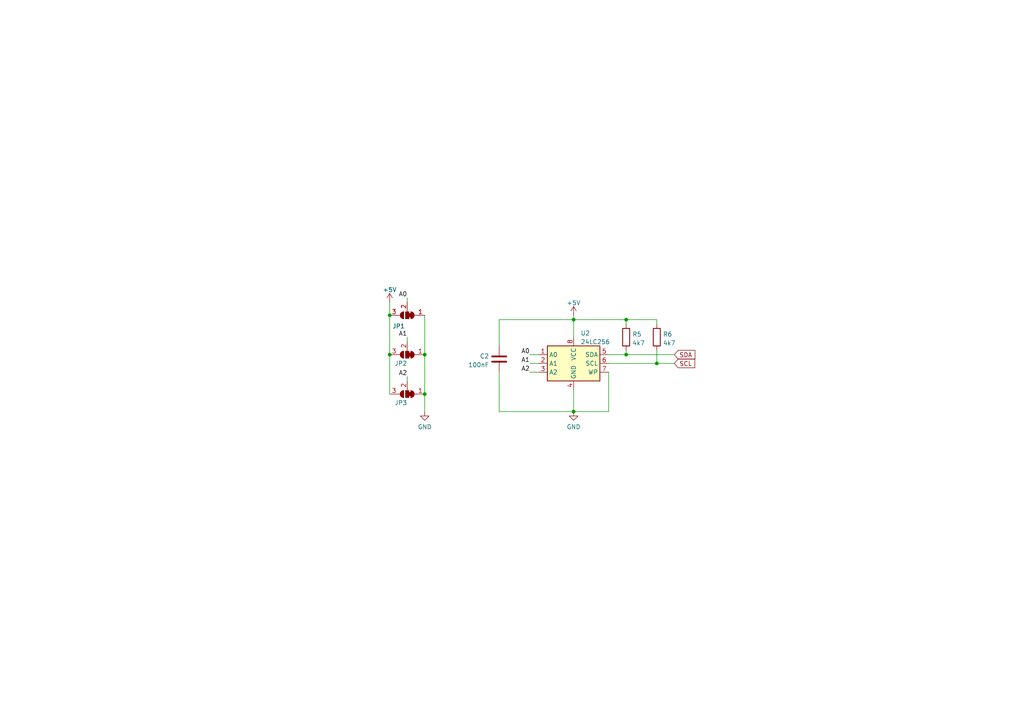
<source format=kicad_sch>
(kicad_sch (version 20211123) (generator eeschema)
  (paper "A4")
  (lib_symbols
    (symbol "Device:C" (pin_numbers hide) (pin_names (offset 0.254))
      (property "Reference" "C" (at 0.635 2.54 0))
      (property "Value" "C" (at 0.635 -2.54 0))
      (symbol "C_0_1"
        (polyline (pts (xy -2.032 -0.762) (xy 2.032 -0.762)) (stroke (width 0.508)))
        (polyline (pts (xy -2.032 0.762) (xy 2.032 0.762)) (stroke (width 0.508)))
      )
      (symbol "C_1_1"
        (pin passive line (at 0 3.81 270) (length 2.794) (name "~") (number "1"))
        (pin passive line (at 0 -3.81 90) (length 2.794) (name "~") (number "2"))
      )
    )
    (symbol "Device:R" (pin_numbers hide) (pin_names (offset 0))
      (property "Reference" "R" (at 2.032 0 90))
      (property "Value" "R" (at 0 0 90))
      (symbol "R_0_1"
        (rectangle (start -1.016 -2.54) (end 1.016 2.54) (stroke (width 0.254)))
      )
      (symbol "R_1_1"
        (pin passive line (at 0 3.81 270) (length 1.27) (name "~") (number "1"))
        (pin passive line (at 0 -3.81 90) (length 1.27) (name "~") (number "2"))
      )
    )
    (symbol "Jumper:SolderJumper_3_Bridged12" (pin_names (offset 0) hide)
      (property "Reference" "JP" (at -2.54 -2.54 0))
      (property "Value" "SolderJumper_3_Bridged12" (at 0 2.794 0))
      (symbol "SolderJumper_3_Bridged12_0_1"
        (rectangle (start -1.016 0.508) (end -0.508 -0.508) (fill (type outline)))
        (arc (start -1.016 1.016) (mid -2.032 0) (end -1.016 -1.016))
        (arc (start -1.016 1.016) (mid -2.032 0) (end -1.016 -1.016) (fill (type outline)))
        (rectangle (start -0.508 1.016) (end 0.508 -1.016) (fill (type outline)))
        (polyline (pts (xy -2.54 0) (xy -2.032 0)))
        (polyline (pts (xy -1.016 1.016) (xy -1.016 -1.016)))
        (polyline (pts (xy 0 -1.27) (xy 0 -1.016)))
        (polyline (pts (xy 1.016 1.016) (xy 1.016 -1.016)))
        (polyline (pts (xy 2.54 0) (xy 2.032 0)))
        (arc (start 1.016 -1.016) (mid 2.032 0) (end 1.016 1.016))
        (arc (start 1.016 -1.016) (mid 2.032 0) (end 1.016 1.016) (fill (type outline)))
      )
      (symbol "SolderJumper_3_Bridged12_1_1"
        (pin passive line (at -5.08 0 0) (length 2.54) (name "A") (number "1"))
        (pin passive line (at 0 -3.81 90) (length 2.54) (name "C") (number "2"))
        (pin passive line (at 5.08 0 180) (length 2.54) (name "B") (number "3"))
      )
    )
    (symbol "Memory_EEPROM:24LC256"
      (property "Reference" "U" (at -6.35 6.35 0))
      (property "Value" "24LC256" (at 1.27 6.35 0))
      (symbol "24LC256_1_1"
        (rectangle (start -7.62 5.08) (end 7.62 -5.08) (stroke (width 0.254)) (fill (type background)))
        (pin input line (at -10.16 2.54 0) (length 2.54) (name "A0") (number "1"))
        (pin input line (at -10.16 0 0) (length 2.54) (name "A1") (number "2"))
        (pin input line (at -10.16 -2.54 0) (length 2.54) (name "A2") (number "3"))
        (pin power_in line (at 0 -7.62 90) (length 2.54) (name "GND") (number "4"))
        (pin bidirectional line (at 10.16 2.54 180) (length 2.54) (name "SDA") (number "5"))
        (pin input line (at 10.16 0 180) (length 2.54) (name "SCL") (number "6"))
        (pin input line (at 10.16 -2.54 180) (length 2.54) (name "WP") (number "7"))
        (pin power_in line (at 0 7.62 270) (length 2.54) (name "VCC") (number "8"))
      )
    )
    (symbol "power:+5V" (power) (pin_names (offset 0))
      (property "Value" "+5V" (at 0 3.556 0))
      (symbol "+5V_0_1"
        (polyline (pts (xy -0.762 1.27) (xy 0 2.54)))
        (polyline (pts (xy 0 0) (xy 0 2.54)))
        (polyline (pts (xy 0 2.54) (xy 0.762 1.27)))
      )
      (symbol "+5V_1_1"
        (pin power_in line (at 0 0 90) (length 0) hide (name "+5V") (number "1"))
      )
    )
    (symbol "power:GND" (power) (pin_names (offset 0))
      (property "Value" "GND" (at 0 -3.81 0))
      (symbol "GND_0_1"
        (polyline (pts (xy 0 0) (xy 0 -1.27) (xy 1.27 -1.27) (xy 0 -2.54) (xy -1.27 -1.27) (xy 0 -1.27)))
      )
      (symbol "GND_1_1"
        (pin power_in line (at 0 0 270) (length 0) hide (name "GND") (number "1"))
      )
    )
  )
  (junction (at 123.19 102.87))
  (junction (at 181.61 102.87))
  (junction (at 190.5 105.41))
  (junction (at 181.61 92.71))
  (junction (at 166.37 119.38))
  (junction (at 166.37 92.71))
  (junction (at 123.19 114.3))
  (junction (at 113.03 91.44))
  (junction (at 113.03 102.87))
  (wire (pts (xy 190.5 105.41) (xy 195.58 105.41)))
  (wire (pts (xy 123.19 102.87) (xy 123.19 114.3)))
  (wire (pts (xy 156.21 102.87) (xy 153.67 102.87)))
  (wire (pts (xy 176.53 107.95) (xy 176.53 119.38)))
  (wire (pts (xy 144.78 92.71) (xy 166.37 92.71)))
  (wire (pts (xy 113.03 87.63) (xy 113.03 91.44)))
  (wire (pts (xy 113.03 91.44) (xy 113.03 102.87)))
  (wire (pts (xy 166.37 91.44) (xy 166.37 92.71)))
  (wire (pts (xy 156.21 107.95) (xy 153.67 107.95)))
  (wire (pts (xy 118.11 87.63) (xy 118.11 86.36)))
  (wire (pts (xy 190.5 92.71) (xy 181.61 92.71)))
  (wire (pts (xy 176.53 102.87) (xy 181.61 102.87)))
  (wire (pts (xy 190.5 101.6) (xy 190.5 105.41)))
  (wire (pts (xy 118.11 109.22) (xy 118.11 110.49)))
  (wire (pts (xy 144.78 107.95) (xy 144.78 119.38)))
  (wire (pts (xy 181.61 92.71) (xy 181.61 93.98)))
  (wire (pts (xy 190.5 93.98) (xy 190.5 92.71)))
  (wire (pts (xy 176.53 105.41) (xy 190.5 105.41)))
  (wire (pts (xy 113.03 102.87) (xy 113.03 114.3)))
  (wire (pts (xy 166.37 113.03) (xy 166.37 119.38)))
  (wire (pts (xy 176.53 119.38) (xy 166.37 119.38)))
  (wire (pts (xy 144.78 100.33) (xy 144.78 92.71)))
  (wire (pts (xy 166.37 92.71) (xy 166.37 97.79)))
  (wire (pts (xy 118.11 97.79) (xy 118.11 99.06)))
  (wire (pts (xy 156.21 105.41) (xy 153.67 105.41)))
  (wire (pts (xy 123.19 114.3) (xy 123.19 119.38)))
  (wire (pts (xy 144.78 119.38) (xy 166.37 119.38)))
  (wire (pts (xy 166.37 92.71) (xy 181.61 92.71)))
  (wire (pts (xy 181.61 102.87) (xy 195.58 102.87)))
  (wire (pts (xy 181.61 101.6) (xy 181.61 102.87)))
  (wire (pts (xy 123.19 91.44) (xy 123.19 102.87)))
  (label "A0" (at 118.11 86.36 180))
  (label "A2" (at 118.11 109.22 180))
  (label "A2" (at 153.67 107.95 180))
  (label "A0" (at 153.67 102.87 180))
  (label "A1" (at 118.11 97.79 180))
  (label "A1" (at 153.67 105.41 180))
  (global_label "SDA" (shape input) (at 195.58 102.87 0) (property "Intersheet References" "${INTERSHEET_REFS}" (effects hide)))
  (global_label "SCL" (shape input) (at 195.58 105.41 0) (property "Intersheet References" "${INTERSHEET_REFS}" (effects hide)))
  (symbol (lib_id "Memory_EEPROM:24LC256") (at 166.37 105.41 0) (unit 1)
    (property "Reference" "U2" (at 168.3894 96.6302 0) (effects (justify left)))
    (property "Value" "24LC256" (at 168.3894 99.1671 0) (effects (justify left)))
    (property "Footprint" "Package_SO:SOIC-8_3.9x4.9mm_P1.27mm" (effects hide))
    (property "Datasheet" "http://ww1.microchip.com/downloads/en/devicedoc/21203m.pdf" (effects hide))
    (property "JLCPCB Part#" "C2987263" (effects hide))
  )
  (symbol (lib_id "Jumper:SolderJumper_3_Bridged12") (at 118.11 114.3 180) (unit 1)
    (property "Reference" "JP3" (at 118.11 116.84 0) (effects (justify left)))
    (property "Value" "SolderJumper_3_Bridged12" (effects hide))
    (property "Footprint" "Jumper:SolderJumper-3_P1.3mm_Bridged12_RoundedPad1.0x1.5mm_NumberLabels" (effects hide))
  )
  (symbol (lib_id "power:GND") (at 166.37 119.38 0) (unit 1)
    (property "Reference" "#PWR09" (effects hide))
    (property "Value" "GND" (at 166.37 123.8234 0))
  )
  (symbol (lib_id "Device:R") (at 181.61 97.79 0) (unit 1)
    (property "Reference" "R5" (at 183.388 96.9553 0) (effects (justify left)))
    (property "Value" "4k7" (at 183.388 99.4922 0) (effects (justify left)))
    (property "Footprint" "Resistor_SMD:R_0603_1608Metric" (effects hide))
    (property "JLCPCB Part#" "C23162" (effects hide))
  )
  (symbol (lib_id "power:GND") (at 123.19 119.38 0) (unit 1)
    (property "Reference" "#PWR08" (effects hide))
    (property "Value" "GND" (at 123.19 123.8234 0))
  )
  (symbol (lib_id "Device:R") (at 190.5 97.79 0) (unit 1)
    (property "Reference" "R6" (at 192.278 96.9553 0) (effects (justify left)))
    (property "Value" "4k7" (at 192.278 99.4922 0) (effects (justify left)))
    (property "Footprint" "Resistor_SMD:R_0603_1608Metric" (effects hide))
    (property "JLCPCB Part#" "C23162" (effects hide))
  )
  (symbol (lib_id "Jumper:SolderJumper_3_Bridged12") (at 118.11 91.44 180) (unit 1)
    (property "Reference" "JP1" (at 117.475 94.615 0) (effects (justify left)))
    (property "Value" "SolderJumper_3_Bridged12" (effects hide))
    (property "Footprint" "Jumper:SolderJumper-3_P1.3mm_Bridged12_RoundedPad1.0x1.5mm_NumberLabels" (effects hide))
  )
  (symbol (lib_id "Device:C") (at 144.78 104.14 0) (mirror x) (unit 1)
    (property "Reference" "C2" (at 141.859 103.3053 0) (effects (justify right)))
    (property "Value" "100nF" (at 141.859 105.8422 0) (effects (justify right)))
    (property "Footprint" "Capacitor_SMD:C_0603_1608Metric_Pad1.08x0.95mm_HandSolder" (effects hide))
    (property "JLCPCB Part#" "C14663" (effects hide))
  )
  (symbol (lib_id "power:+5V") (at 113.03 87.63 0) (unit 1)
    (property "Reference" "#PWR06" (effects hide))
    (property "Value" "+5V" (at 113.03 84.0542 0))
  )
  (symbol (lib_id "Jumper:SolderJumper_3_Bridged12") (at 118.11 102.87 180) (unit 1)
    (property "Reference" "JP2" (at 118.11 105.41 0) (effects (justify left)))
    (property "Value" "SolderJumper_3_Bridged12" (effects hide))
    (property "Footprint" "Jumper:SolderJumper-3_P1.3mm_Bridged12_RoundedPad1.0x1.5mm_NumberLabels" (effects hide))
  )
  (symbol (lib_id "power:+5V") (at 166.37 91.44 0) (unit 1)
    (property "Reference" "#PWR07" (effects hide))
    (property "Value" "+5V" (at 166.37 87.8642 0))
  )
)
</source>
